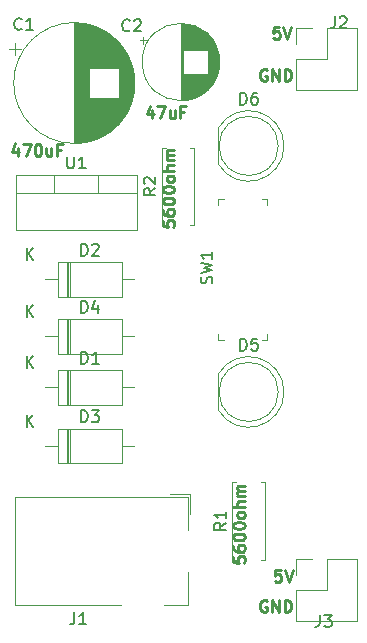
<source format=gto>
G04 #@! TF.GenerationSoftware,KiCad,Pcbnew,(5.1.5-0-10_14)*
G04 #@! TF.CreationDate,2020-01-08T22:19:55-03:00*
G04 #@! TF.ProjectId,breaboard_power_supply,62726561-626f-4617-9264-5f706f776572,1*
G04 #@! TF.SameCoordinates,Original*
G04 #@! TF.FileFunction,Legend,Top*
G04 #@! TF.FilePolarity,Positive*
%FSLAX46Y46*%
G04 Gerber Fmt 4.6, Leading zero omitted, Abs format (unit mm)*
G04 Created by KiCad (PCBNEW (5.1.5-0-10_14)) date 2020-01-08 22:19:55*
%MOMM*%
%LPD*%
G04 APERTURE LIST*
%ADD10C,0.250000*%
%ADD11C,0.120000*%
%ADD12C,0.100000*%
%ADD13C,0.150000*%
G04 APERTURE END LIST*
D10*
X121880380Y-134968904D02*
X121880380Y-135445095D01*
X122356571Y-135492714D01*
X122308952Y-135445095D01*
X122261333Y-135349857D01*
X122261333Y-135111761D01*
X122308952Y-135016523D01*
X122356571Y-134968904D01*
X122451809Y-134921285D01*
X122689904Y-134921285D01*
X122785142Y-134968904D01*
X122832761Y-135016523D01*
X122880380Y-135111761D01*
X122880380Y-135349857D01*
X122832761Y-135445095D01*
X122785142Y-135492714D01*
X121880380Y-134064142D02*
X121880380Y-134254619D01*
X121928000Y-134349857D01*
X121975619Y-134397476D01*
X122118476Y-134492714D01*
X122308952Y-134540333D01*
X122689904Y-134540333D01*
X122785142Y-134492714D01*
X122832761Y-134445095D01*
X122880380Y-134349857D01*
X122880380Y-134159380D01*
X122832761Y-134064142D01*
X122785142Y-134016523D01*
X122689904Y-133968904D01*
X122451809Y-133968904D01*
X122356571Y-134016523D01*
X122308952Y-134064142D01*
X122261333Y-134159380D01*
X122261333Y-134349857D01*
X122308952Y-134445095D01*
X122356571Y-134492714D01*
X122451809Y-134540333D01*
X121880380Y-133349857D02*
X121880380Y-133254619D01*
X121928000Y-133159380D01*
X121975619Y-133111761D01*
X122070857Y-133064142D01*
X122261333Y-133016523D01*
X122499428Y-133016523D01*
X122689904Y-133064142D01*
X122785142Y-133111761D01*
X122832761Y-133159380D01*
X122880380Y-133254619D01*
X122880380Y-133349857D01*
X122832761Y-133445095D01*
X122785142Y-133492714D01*
X122689904Y-133540333D01*
X122499428Y-133587952D01*
X122261333Y-133587952D01*
X122070857Y-133540333D01*
X121975619Y-133492714D01*
X121928000Y-133445095D01*
X121880380Y-133349857D01*
X121880380Y-132397476D02*
X121880380Y-132302238D01*
X121928000Y-132207000D01*
X121975619Y-132159380D01*
X122070857Y-132111761D01*
X122261333Y-132064142D01*
X122499428Y-132064142D01*
X122689904Y-132111761D01*
X122785142Y-132159380D01*
X122832761Y-132207000D01*
X122880380Y-132302238D01*
X122880380Y-132397476D01*
X122832761Y-132492714D01*
X122785142Y-132540333D01*
X122689904Y-132587952D01*
X122499428Y-132635571D01*
X122261333Y-132635571D01*
X122070857Y-132587952D01*
X121975619Y-132540333D01*
X121928000Y-132492714D01*
X121880380Y-132397476D01*
X122880380Y-131492714D02*
X122832761Y-131587952D01*
X122785142Y-131635571D01*
X122689904Y-131683190D01*
X122404190Y-131683190D01*
X122308952Y-131635571D01*
X122261333Y-131587952D01*
X122213714Y-131492714D01*
X122213714Y-131349857D01*
X122261333Y-131254619D01*
X122308952Y-131207000D01*
X122404190Y-131159380D01*
X122689904Y-131159380D01*
X122785142Y-131207000D01*
X122832761Y-131254619D01*
X122880380Y-131349857D01*
X122880380Y-131492714D01*
X122880380Y-130730809D02*
X121880380Y-130730809D01*
X122880380Y-130302238D02*
X122356571Y-130302238D01*
X122261333Y-130349857D01*
X122213714Y-130445095D01*
X122213714Y-130587952D01*
X122261333Y-130683190D01*
X122308952Y-130730809D01*
X122880380Y-129826047D02*
X122213714Y-129826047D01*
X122308952Y-129826047D02*
X122261333Y-129778428D01*
X122213714Y-129683190D01*
X122213714Y-129540333D01*
X122261333Y-129445095D01*
X122356571Y-129397476D01*
X122880380Y-129397476D01*
X122356571Y-129397476D02*
X122261333Y-129349857D01*
X122213714Y-129254619D01*
X122213714Y-129111761D01*
X122261333Y-129016523D01*
X122356571Y-128968904D01*
X122880380Y-128968904D01*
X115911380Y-106520904D02*
X115911380Y-106997095D01*
X116387571Y-107044714D01*
X116339952Y-106997095D01*
X116292333Y-106901857D01*
X116292333Y-106663761D01*
X116339952Y-106568523D01*
X116387571Y-106520904D01*
X116482809Y-106473285D01*
X116720904Y-106473285D01*
X116816142Y-106520904D01*
X116863761Y-106568523D01*
X116911380Y-106663761D01*
X116911380Y-106901857D01*
X116863761Y-106997095D01*
X116816142Y-107044714D01*
X115911380Y-105616142D02*
X115911380Y-105806619D01*
X115959000Y-105901857D01*
X116006619Y-105949476D01*
X116149476Y-106044714D01*
X116339952Y-106092333D01*
X116720904Y-106092333D01*
X116816142Y-106044714D01*
X116863761Y-105997095D01*
X116911380Y-105901857D01*
X116911380Y-105711380D01*
X116863761Y-105616142D01*
X116816142Y-105568523D01*
X116720904Y-105520904D01*
X116482809Y-105520904D01*
X116387571Y-105568523D01*
X116339952Y-105616142D01*
X116292333Y-105711380D01*
X116292333Y-105901857D01*
X116339952Y-105997095D01*
X116387571Y-106044714D01*
X116482809Y-106092333D01*
X115911380Y-104901857D02*
X115911380Y-104806619D01*
X115959000Y-104711380D01*
X116006619Y-104663761D01*
X116101857Y-104616142D01*
X116292333Y-104568523D01*
X116530428Y-104568523D01*
X116720904Y-104616142D01*
X116816142Y-104663761D01*
X116863761Y-104711380D01*
X116911380Y-104806619D01*
X116911380Y-104901857D01*
X116863761Y-104997095D01*
X116816142Y-105044714D01*
X116720904Y-105092333D01*
X116530428Y-105139952D01*
X116292333Y-105139952D01*
X116101857Y-105092333D01*
X116006619Y-105044714D01*
X115959000Y-104997095D01*
X115911380Y-104901857D01*
X115911380Y-103949476D02*
X115911380Y-103854238D01*
X115959000Y-103759000D01*
X116006619Y-103711380D01*
X116101857Y-103663761D01*
X116292333Y-103616142D01*
X116530428Y-103616142D01*
X116720904Y-103663761D01*
X116816142Y-103711380D01*
X116863761Y-103759000D01*
X116911380Y-103854238D01*
X116911380Y-103949476D01*
X116863761Y-104044714D01*
X116816142Y-104092333D01*
X116720904Y-104139952D01*
X116530428Y-104187571D01*
X116292333Y-104187571D01*
X116101857Y-104139952D01*
X116006619Y-104092333D01*
X115959000Y-104044714D01*
X115911380Y-103949476D01*
X116911380Y-103044714D02*
X116863761Y-103139952D01*
X116816142Y-103187571D01*
X116720904Y-103235190D01*
X116435190Y-103235190D01*
X116339952Y-103187571D01*
X116292333Y-103139952D01*
X116244714Y-103044714D01*
X116244714Y-102901857D01*
X116292333Y-102806619D01*
X116339952Y-102759000D01*
X116435190Y-102711380D01*
X116720904Y-102711380D01*
X116816142Y-102759000D01*
X116863761Y-102806619D01*
X116911380Y-102901857D01*
X116911380Y-103044714D01*
X116911380Y-102282809D02*
X115911380Y-102282809D01*
X116911380Y-101854238D02*
X116387571Y-101854238D01*
X116292333Y-101901857D01*
X116244714Y-101997095D01*
X116244714Y-102139952D01*
X116292333Y-102235190D01*
X116339952Y-102282809D01*
X116911380Y-101378047D02*
X116244714Y-101378047D01*
X116339952Y-101378047D02*
X116292333Y-101330428D01*
X116244714Y-101235190D01*
X116244714Y-101092333D01*
X116292333Y-100997095D01*
X116387571Y-100949476D01*
X116911380Y-100949476D01*
X116387571Y-100949476D02*
X116292333Y-100901857D01*
X116244714Y-100806619D01*
X116244714Y-100663761D01*
X116292333Y-100568523D01*
X116387571Y-100520904D01*
X116911380Y-100520904D01*
X115038333Y-97194714D02*
X115038333Y-97861380D01*
X114800238Y-96813761D02*
X114562142Y-97528047D01*
X115181190Y-97528047D01*
X115466904Y-96861380D02*
X116133571Y-96861380D01*
X115705000Y-97861380D01*
X116943095Y-97194714D02*
X116943095Y-97861380D01*
X116514523Y-97194714D02*
X116514523Y-97718523D01*
X116562142Y-97813761D01*
X116657380Y-97861380D01*
X116800238Y-97861380D01*
X116895476Y-97813761D01*
X116943095Y-97766142D01*
X117752619Y-97337571D02*
X117419285Y-97337571D01*
X117419285Y-97861380D02*
X117419285Y-96861380D01*
X117895476Y-96861380D01*
X103640142Y-100369714D02*
X103640142Y-101036380D01*
X103402047Y-99988761D02*
X103163952Y-100703047D01*
X103783000Y-100703047D01*
X104068714Y-100036380D02*
X104735380Y-100036380D01*
X104306809Y-101036380D01*
X105306809Y-100036380D02*
X105402047Y-100036380D01*
X105497285Y-100084000D01*
X105544904Y-100131619D01*
X105592523Y-100226857D01*
X105640142Y-100417333D01*
X105640142Y-100655428D01*
X105592523Y-100845904D01*
X105544904Y-100941142D01*
X105497285Y-100988761D01*
X105402047Y-101036380D01*
X105306809Y-101036380D01*
X105211571Y-100988761D01*
X105163952Y-100941142D01*
X105116333Y-100845904D01*
X105068714Y-100655428D01*
X105068714Y-100417333D01*
X105116333Y-100226857D01*
X105163952Y-100131619D01*
X105211571Y-100084000D01*
X105306809Y-100036380D01*
X106497285Y-100369714D02*
X106497285Y-101036380D01*
X106068714Y-100369714D02*
X106068714Y-100893523D01*
X106116333Y-100988761D01*
X106211571Y-101036380D01*
X106354428Y-101036380D01*
X106449666Y-100988761D01*
X106497285Y-100941142D01*
X107306809Y-100512571D02*
X106973476Y-100512571D01*
X106973476Y-101036380D02*
X106973476Y-100036380D01*
X107449666Y-100036380D01*
X124714095Y-138692000D02*
X124618857Y-138644380D01*
X124476000Y-138644380D01*
X124333142Y-138692000D01*
X124237904Y-138787238D01*
X124190285Y-138882476D01*
X124142666Y-139072952D01*
X124142666Y-139215809D01*
X124190285Y-139406285D01*
X124237904Y-139501523D01*
X124333142Y-139596761D01*
X124476000Y-139644380D01*
X124571238Y-139644380D01*
X124714095Y-139596761D01*
X124761714Y-139549142D01*
X124761714Y-139215809D01*
X124571238Y-139215809D01*
X125190285Y-139644380D02*
X125190285Y-138644380D01*
X125761714Y-139644380D01*
X125761714Y-138644380D01*
X126237904Y-139644380D02*
X126237904Y-138644380D01*
X126476000Y-138644380D01*
X126618857Y-138692000D01*
X126714095Y-138787238D01*
X126761714Y-138882476D01*
X126809333Y-139072952D01*
X126809333Y-139215809D01*
X126761714Y-139406285D01*
X126714095Y-139501523D01*
X126618857Y-139596761D01*
X126476000Y-139644380D01*
X126237904Y-139644380D01*
X124714095Y-93734000D02*
X124618857Y-93686380D01*
X124476000Y-93686380D01*
X124333142Y-93734000D01*
X124237904Y-93829238D01*
X124190285Y-93924476D01*
X124142666Y-94114952D01*
X124142666Y-94257809D01*
X124190285Y-94448285D01*
X124237904Y-94543523D01*
X124333142Y-94638761D01*
X124476000Y-94686380D01*
X124571238Y-94686380D01*
X124714095Y-94638761D01*
X124761714Y-94591142D01*
X124761714Y-94257809D01*
X124571238Y-94257809D01*
X125190285Y-94686380D02*
X125190285Y-93686380D01*
X125761714Y-94686380D01*
X125761714Y-93686380D01*
X126237904Y-94686380D02*
X126237904Y-93686380D01*
X126476000Y-93686380D01*
X126618857Y-93734000D01*
X126714095Y-93829238D01*
X126761714Y-93924476D01*
X126809333Y-94114952D01*
X126809333Y-94257809D01*
X126761714Y-94448285D01*
X126714095Y-94543523D01*
X126618857Y-94638761D01*
X126476000Y-94686380D01*
X126237904Y-94686380D01*
X125793523Y-90130380D02*
X125317333Y-90130380D01*
X125269714Y-90606571D01*
X125317333Y-90558952D01*
X125412571Y-90511333D01*
X125650666Y-90511333D01*
X125745904Y-90558952D01*
X125793523Y-90606571D01*
X125841142Y-90701809D01*
X125841142Y-90939904D01*
X125793523Y-91035142D01*
X125745904Y-91082761D01*
X125650666Y-91130380D01*
X125412571Y-91130380D01*
X125317333Y-91082761D01*
X125269714Y-91035142D01*
X126126857Y-90130380D02*
X126460190Y-91130380D01*
X126793523Y-90130380D01*
X125920523Y-136104380D02*
X125444333Y-136104380D01*
X125396714Y-136580571D01*
X125444333Y-136532952D01*
X125539571Y-136485333D01*
X125777666Y-136485333D01*
X125872904Y-136532952D01*
X125920523Y-136580571D01*
X125968142Y-136675809D01*
X125968142Y-136913904D01*
X125920523Y-137009142D01*
X125872904Y-137056761D01*
X125777666Y-137104380D01*
X125539571Y-137104380D01*
X125444333Y-137056761D01*
X125396714Y-137009142D01*
X126253857Y-136104380D02*
X126587190Y-137104380D01*
X126920523Y-136104380D01*
D11*
X113538000Y-94869000D02*
G75*
G03X113538000Y-94869000I-5120000J0D01*
G01*
X108418000Y-89789000D02*
X108418000Y-99949000D01*
X108458000Y-89789000D02*
X108458000Y-99949000D01*
X108498000Y-89789000D02*
X108498000Y-99949000D01*
X108538000Y-89790000D02*
X108538000Y-99948000D01*
X108578000Y-89791000D02*
X108578000Y-99947000D01*
X108618000Y-89792000D02*
X108618000Y-99946000D01*
X108658000Y-89794000D02*
X108658000Y-99944000D01*
X108698000Y-89796000D02*
X108698000Y-99942000D01*
X108738000Y-89799000D02*
X108738000Y-99939000D01*
X108778000Y-89801000D02*
X108778000Y-99937000D01*
X108818000Y-89804000D02*
X108818000Y-99934000D01*
X108858000Y-89807000D02*
X108858000Y-99931000D01*
X108898000Y-89811000D02*
X108898000Y-99927000D01*
X108938000Y-89815000D02*
X108938000Y-99923000D01*
X108978000Y-89819000D02*
X108978000Y-99919000D01*
X109018000Y-89824000D02*
X109018000Y-99914000D01*
X109058000Y-89829000D02*
X109058000Y-99909000D01*
X109098000Y-89834000D02*
X109098000Y-99904000D01*
X109139000Y-89839000D02*
X109139000Y-99899000D01*
X109179000Y-89845000D02*
X109179000Y-99893000D01*
X109219000Y-89851000D02*
X109219000Y-99887000D01*
X109259000Y-89858000D02*
X109259000Y-99880000D01*
X109299000Y-89865000D02*
X109299000Y-99873000D01*
X109339000Y-89872000D02*
X109339000Y-99866000D01*
X109379000Y-89879000D02*
X109379000Y-99859000D01*
X109419000Y-89887000D02*
X109419000Y-99851000D01*
X109459000Y-89895000D02*
X109459000Y-99843000D01*
X109499000Y-89904000D02*
X109499000Y-99834000D01*
X109539000Y-89913000D02*
X109539000Y-99825000D01*
X109579000Y-89922000D02*
X109579000Y-99816000D01*
X109619000Y-89931000D02*
X109619000Y-99807000D01*
X109659000Y-89941000D02*
X109659000Y-99797000D01*
X109699000Y-89951000D02*
X109699000Y-93628000D01*
X109699000Y-96110000D02*
X109699000Y-99787000D01*
X109739000Y-89962000D02*
X109739000Y-93628000D01*
X109739000Y-96110000D02*
X109739000Y-99776000D01*
X109779000Y-89972000D02*
X109779000Y-93628000D01*
X109779000Y-96110000D02*
X109779000Y-99766000D01*
X109819000Y-89984000D02*
X109819000Y-93628000D01*
X109819000Y-96110000D02*
X109819000Y-99754000D01*
X109859000Y-89995000D02*
X109859000Y-93628000D01*
X109859000Y-96110000D02*
X109859000Y-99743000D01*
X109899000Y-90007000D02*
X109899000Y-93628000D01*
X109899000Y-96110000D02*
X109899000Y-99731000D01*
X109939000Y-90019000D02*
X109939000Y-93628000D01*
X109939000Y-96110000D02*
X109939000Y-99719000D01*
X109979000Y-90032000D02*
X109979000Y-93628000D01*
X109979000Y-96110000D02*
X109979000Y-99706000D01*
X110019000Y-90045000D02*
X110019000Y-93628000D01*
X110019000Y-96110000D02*
X110019000Y-99693000D01*
X110059000Y-90058000D02*
X110059000Y-93628000D01*
X110059000Y-96110000D02*
X110059000Y-99680000D01*
X110099000Y-90072000D02*
X110099000Y-93628000D01*
X110099000Y-96110000D02*
X110099000Y-99666000D01*
X110139000Y-90086000D02*
X110139000Y-93628000D01*
X110139000Y-96110000D02*
X110139000Y-99652000D01*
X110179000Y-90101000D02*
X110179000Y-93628000D01*
X110179000Y-96110000D02*
X110179000Y-99637000D01*
X110219000Y-90115000D02*
X110219000Y-93628000D01*
X110219000Y-96110000D02*
X110219000Y-99623000D01*
X110259000Y-90131000D02*
X110259000Y-93628000D01*
X110259000Y-96110000D02*
X110259000Y-99607000D01*
X110299000Y-90146000D02*
X110299000Y-93628000D01*
X110299000Y-96110000D02*
X110299000Y-99592000D01*
X110339000Y-90162000D02*
X110339000Y-93628000D01*
X110339000Y-96110000D02*
X110339000Y-99576000D01*
X110379000Y-90179000D02*
X110379000Y-93628000D01*
X110379000Y-96110000D02*
X110379000Y-99559000D01*
X110419000Y-90195000D02*
X110419000Y-93628000D01*
X110419000Y-96110000D02*
X110419000Y-99543000D01*
X110459000Y-90212000D02*
X110459000Y-93628000D01*
X110459000Y-96110000D02*
X110459000Y-99526000D01*
X110499000Y-90230000D02*
X110499000Y-93628000D01*
X110499000Y-96110000D02*
X110499000Y-99508000D01*
X110539000Y-90248000D02*
X110539000Y-93628000D01*
X110539000Y-96110000D02*
X110539000Y-99490000D01*
X110579000Y-90266000D02*
X110579000Y-93628000D01*
X110579000Y-96110000D02*
X110579000Y-99472000D01*
X110619000Y-90285000D02*
X110619000Y-93628000D01*
X110619000Y-96110000D02*
X110619000Y-99453000D01*
X110659000Y-90305000D02*
X110659000Y-93628000D01*
X110659000Y-96110000D02*
X110659000Y-99433000D01*
X110699000Y-90324000D02*
X110699000Y-93628000D01*
X110699000Y-96110000D02*
X110699000Y-99414000D01*
X110739000Y-90344000D02*
X110739000Y-93628000D01*
X110739000Y-96110000D02*
X110739000Y-99394000D01*
X110779000Y-90365000D02*
X110779000Y-93628000D01*
X110779000Y-96110000D02*
X110779000Y-99373000D01*
X110819000Y-90386000D02*
X110819000Y-93628000D01*
X110819000Y-96110000D02*
X110819000Y-99352000D01*
X110859000Y-90407000D02*
X110859000Y-93628000D01*
X110859000Y-96110000D02*
X110859000Y-99331000D01*
X110899000Y-90429000D02*
X110899000Y-93628000D01*
X110899000Y-96110000D02*
X110899000Y-99309000D01*
X110939000Y-90452000D02*
X110939000Y-93628000D01*
X110939000Y-96110000D02*
X110939000Y-99286000D01*
X110979000Y-90474000D02*
X110979000Y-93628000D01*
X110979000Y-96110000D02*
X110979000Y-99264000D01*
X111019000Y-90498000D02*
X111019000Y-93628000D01*
X111019000Y-96110000D02*
X111019000Y-99240000D01*
X111059000Y-90522000D02*
X111059000Y-93628000D01*
X111059000Y-96110000D02*
X111059000Y-99216000D01*
X111099000Y-90546000D02*
X111099000Y-93628000D01*
X111099000Y-96110000D02*
X111099000Y-99192000D01*
X111139000Y-90571000D02*
X111139000Y-93628000D01*
X111139000Y-96110000D02*
X111139000Y-99167000D01*
X111179000Y-90596000D02*
X111179000Y-93628000D01*
X111179000Y-96110000D02*
X111179000Y-99142000D01*
X111219000Y-90622000D02*
X111219000Y-93628000D01*
X111219000Y-96110000D02*
X111219000Y-99116000D01*
X111259000Y-90648000D02*
X111259000Y-93628000D01*
X111259000Y-96110000D02*
X111259000Y-99090000D01*
X111299000Y-90675000D02*
X111299000Y-93628000D01*
X111299000Y-96110000D02*
X111299000Y-99063000D01*
X111339000Y-90703000D02*
X111339000Y-93628000D01*
X111339000Y-96110000D02*
X111339000Y-99035000D01*
X111379000Y-90731000D02*
X111379000Y-93628000D01*
X111379000Y-96110000D02*
X111379000Y-99007000D01*
X111419000Y-90759000D02*
X111419000Y-93628000D01*
X111419000Y-96110000D02*
X111419000Y-98979000D01*
X111459000Y-90789000D02*
X111459000Y-93628000D01*
X111459000Y-96110000D02*
X111459000Y-98949000D01*
X111499000Y-90819000D02*
X111499000Y-93628000D01*
X111499000Y-96110000D02*
X111499000Y-98919000D01*
X111539000Y-90849000D02*
X111539000Y-93628000D01*
X111539000Y-96110000D02*
X111539000Y-98889000D01*
X111579000Y-90880000D02*
X111579000Y-93628000D01*
X111579000Y-96110000D02*
X111579000Y-98858000D01*
X111619000Y-90912000D02*
X111619000Y-93628000D01*
X111619000Y-96110000D02*
X111619000Y-98826000D01*
X111659000Y-90944000D02*
X111659000Y-93628000D01*
X111659000Y-96110000D02*
X111659000Y-98794000D01*
X111699000Y-90977000D02*
X111699000Y-93628000D01*
X111699000Y-96110000D02*
X111699000Y-98761000D01*
X111739000Y-91011000D02*
X111739000Y-93628000D01*
X111739000Y-96110000D02*
X111739000Y-98727000D01*
X111779000Y-91045000D02*
X111779000Y-93628000D01*
X111779000Y-96110000D02*
X111779000Y-98693000D01*
X111819000Y-91080000D02*
X111819000Y-93628000D01*
X111819000Y-96110000D02*
X111819000Y-98658000D01*
X111859000Y-91116000D02*
X111859000Y-93628000D01*
X111859000Y-96110000D02*
X111859000Y-98622000D01*
X111899000Y-91153000D02*
X111899000Y-93628000D01*
X111899000Y-96110000D02*
X111899000Y-98585000D01*
X111939000Y-91190000D02*
X111939000Y-93628000D01*
X111939000Y-96110000D02*
X111939000Y-98548000D01*
X111979000Y-91229000D02*
X111979000Y-93628000D01*
X111979000Y-96110000D02*
X111979000Y-98509000D01*
X112019000Y-91268000D02*
X112019000Y-93628000D01*
X112019000Y-96110000D02*
X112019000Y-98470000D01*
X112059000Y-91308000D02*
X112059000Y-93628000D01*
X112059000Y-96110000D02*
X112059000Y-98430000D01*
X112099000Y-91349000D02*
X112099000Y-93628000D01*
X112099000Y-96110000D02*
X112099000Y-98389000D01*
X112139000Y-91391000D02*
X112139000Y-93628000D01*
X112139000Y-96110000D02*
X112139000Y-98347000D01*
X112179000Y-91433000D02*
X112179000Y-98305000D01*
X112219000Y-91477000D02*
X112219000Y-98261000D01*
X112259000Y-91522000D02*
X112259000Y-98216000D01*
X112299000Y-91568000D02*
X112299000Y-98170000D01*
X112339000Y-91615000D02*
X112339000Y-98123000D01*
X112379000Y-91663000D02*
X112379000Y-98075000D01*
X112419000Y-91713000D02*
X112419000Y-98025000D01*
X112459000Y-91763000D02*
X112459000Y-97975000D01*
X112499000Y-91815000D02*
X112499000Y-97923000D01*
X112539000Y-91869000D02*
X112539000Y-97869000D01*
X112579000Y-91924000D02*
X112579000Y-97814000D01*
X112619000Y-91980000D02*
X112619000Y-97758000D01*
X112659000Y-92039000D02*
X112659000Y-97699000D01*
X112699000Y-92099000D02*
X112699000Y-97639000D01*
X112739000Y-92160000D02*
X112739000Y-97578000D01*
X112779000Y-92224000D02*
X112779000Y-97514000D01*
X112819000Y-92290000D02*
X112819000Y-97448000D01*
X112859000Y-92359000D02*
X112859000Y-97379000D01*
X112899000Y-92430000D02*
X112899000Y-97308000D01*
X112939000Y-92504000D02*
X112939000Y-97234000D01*
X112979000Y-92580000D02*
X112979000Y-97158000D01*
X113019000Y-92660000D02*
X113019000Y-97078000D01*
X113059000Y-92744000D02*
X113059000Y-96994000D01*
X113099000Y-92832000D02*
X113099000Y-96906000D01*
X113139000Y-92925000D02*
X113139000Y-96813000D01*
X113179000Y-93023000D02*
X113179000Y-96715000D01*
X113219000Y-93127000D02*
X113219000Y-96611000D01*
X113259000Y-93239000D02*
X113259000Y-96499000D01*
X113299000Y-93359000D02*
X113299000Y-96379000D01*
X113339000Y-93491000D02*
X113339000Y-96247000D01*
X113379000Y-93639000D02*
X113379000Y-96099000D01*
X113419000Y-93807000D02*
X113419000Y-95931000D01*
X113459000Y-94007000D02*
X113459000Y-95731000D01*
X113499000Y-94270000D02*
X113499000Y-95468000D01*
X102938354Y-91994000D02*
X103938354Y-91994000D01*
X103438354Y-91494000D02*
X103438354Y-92494000D01*
X120725000Y-93091000D02*
G75*
G03X120725000Y-93091000I-3270000J0D01*
G01*
X117455000Y-89861000D02*
X117455000Y-96321000D01*
X117495000Y-89861000D02*
X117495000Y-96321000D01*
X117535000Y-89861000D02*
X117535000Y-96321000D01*
X117575000Y-89863000D02*
X117575000Y-96319000D01*
X117615000Y-89864000D02*
X117615000Y-96318000D01*
X117655000Y-89867000D02*
X117655000Y-96315000D01*
X117695000Y-89869000D02*
X117695000Y-92051000D01*
X117695000Y-94131000D02*
X117695000Y-96313000D01*
X117735000Y-89873000D02*
X117735000Y-92051000D01*
X117735000Y-94131000D02*
X117735000Y-96309000D01*
X117775000Y-89876000D02*
X117775000Y-92051000D01*
X117775000Y-94131000D02*
X117775000Y-96306000D01*
X117815000Y-89880000D02*
X117815000Y-92051000D01*
X117815000Y-94131000D02*
X117815000Y-96302000D01*
X117855000Y-89885000D02*
X117855000Y-92051000D01*
X117855000Y-94131000D02*
X117855000Y-96297000D01*
X117895000Y-89890000D02*
X117895000Y-92051000D01*
X117895000Y-94131000D02*
X117895000Y-96292000D01*
X117935000Y-89896000D02*
X117935000Y-92051000D01*
X117935000Y-94131000D02*
X117935000Y-96286000D01*
X117975000Y-89902000D02*
X117975000Y-92051000D01*
X117975000Y-94131000D02*
X117975000Y-96280000D01*
X118015000Y-89909000D02*
X118015000Y-92051000D01*
X118015000Y-94131000D02*
X118015000Y-96273000D01*
X118055000Y-89916000D02*
X118055000Y-92051000D01*
X118055000Y-94131000D02*
X118055000Y-96266000D01*
X118095000Y-89924000D02*
X118095000Y-92051000D01*
X118095000Y-94131000D02*
X118095000Y-96258000D01*
X118135000Y-89932000D02*
X118135000Y-92051000D01*
X118135000Y-94131000D02*
X118135000Y-96250000D01*
X118176000Y-89941000D02*
X118176000Y-92051000D01*
X118176000Y-94131000D02*
X118176000Y-96241000D01*
X118216000Y-89950000D02*
X118216000Y-92051000D01*
X118216000Y-94131000D02*
X118216000Y-96232000D01*
X118256000Y-89960000D02*
X118256000Y-92051000D01*
X118256000Y-94131000D02*
X118256000Y-96222000D01*
X118296000Y-89970000D02*
X118296000Y-92051000D01*
X118296000Y-94131000D02*
X118296000Y-96212000D01*
X118336000Y-89981000D02*
X118336000Y-92051000D01*
X118336000Y-94131000D02*
X118336000Y-96201000D01*
X118376000Y-89993000D02*
X118376000Y-92051000D01*
X118376000Y-94131000D02*
X118376000Y-96189000D01*
X118416000Y-90005000D02*
X118416000Y-92051000D01*
X118416000Y-94131000D02*
X118416000Y-96177000D01*
X118456000Y-90017000D02*
X118456000Y-92051000D01*
X118456000Y-94131000D02*
X118456000Y-96165000D01*
X118496000Y-90030000D02*
X118496000Y-92051000D01*
X118496000Y-94131000D02*
X118496000Y-96152000D01*
X118536000Y-90044000D02*
X118536000Y-92051000D01*
X118536000Y-94131000D02*
X118536000Y-96138000D01*
X118576000Y-90058000D02*
X118576000Y-92051000D01*
X118576000Y-94131000D02*
X118576000Y-96124000D01*
X118616000Y-90073000D02*
X118616000Y-92051000D01*
X118616000Y-94131000D02*
X118616000Y-96109000D01*
X118656000Y-90089000D02*
X118656000Y-92051000D01*
X118656000Y-94131000D02*
X118656000Y-96093000D01*
X118696000Y-90105000D02*
X118696000Y-92051000D01*
X118696000Y-94131000D02*
X118696000Y-96077000D01*
X118736000Y-90121000D02*
X118736000Y-92051000D01*
X118736000Y-94131000D02*
X118736000Y-96061000D01*
X118776000Y-90139000D02*
X118776000Y-92051000D01*
X118776000Y-94131000D02*
X118776000Y-96043000D01*
X118816000Y-90157000D02*
X118816000Y-92051000D01*
X118816000Y-94131000D02*
X118816000Y-96025000D01*
X118856000Y-90175000D02*
X118856000Y-92051000D01*
X118856000Y-94131000D02*
X118856000Y-96007000D01*
X118896000Y-90195000D02*
X118896000Y-92051000D01*
X118896000Y-94131000D02*
X118896000Y-95987000D01*
X118936000Y-90215000D02*
X118936000Y-92051000D01*
X118936000Y-94131000D02*
X118936000Y-95967000D01*
X118976000Y-90235000D02*
X118976000Y-92051000D01*
X118976000Y-94131000D02*
X118976000Y-95947000D01*
X119016000Y-90257000D02*
X119016000Y-92051000D01*
X119016000Y-94131000D02*
X119016000Y-95925000D01*
X119056000Y-90279000D02*
X119056000Y-92051000D01*
X119056000Y-94131000D02*
X119056000Y-95903000D01*
X119096000Y-90301000D02*
X119096000Y-92051000D01*
X119096000Y-94131000D02*
X119096000Y-95881000D01*
X119136000Y-90325000D02*
X119136000Y-92051000D01*
X119136000Y-94131000D02*
X119136000Y-95857000D01*
X119176000Y-90349000D02*
X119176000Y-92051000D01*
X119176000Y-94131000D02*
X119176000Y-95833000D01*
X119216000Y-90375000D02*
X119216000Y-92051000D01*
X119216000Y-94131000D02*
X119216000Y-95807000D01*
X119256000Y-90401000D02*
X119256000Y-92051000D01*
X119256000Y-94131000D02*
X119256000Y-95781000D01*
X119296000Y-90427000D02*
X119296000Y-92051000D01*
X119296000Y-94131000D02*
X119296000Y-95755000D01*
X119336000Y-90455000D02*
X119336000Y-92051000D01*
X119336000Y-94131000D02*
X119336000Y-95727000D01*
X119376000Y-90484000D02*
X119376000Y-92051000D01*
X119376000Y-94131000D02*
X119376000Y-95698000D01*
X119416000Y-90513000D02*
X119416000Y-92051000D01*
X119416000Y-94131000D02*
X119416000Y-95669000D01*
X119456000Y-90543000D02*
X119456000Y-92051000D01*
X119456000Y-94131000D02*
X119456000Y-95639000D01*
X119496000Y-90575000D02*
X119496000Y-92051000D01*
X119496000Y-94131000D02*
X119496000Y-95607000D01*
X119536000Y-90607000D02*
X119536000Y-92051000D01*
X119536000Y-94131000D02*
X119536000Y-95575000D01*
X119576000Y-90641000D02*
X119576000Y-92051000D01*
X119576000Y-94131000D02*
X119576000Y-95541000D01*
X119616000Y-90675000D02*
X119616000Y-92051000D01*
X119616000Y-94131000D02*
X119616000Y-95507000D01*
X119656000Y-90711000D02*
X119656000Y-92051000D01*
X119656000Y-94131000D02*
X119656000Y-95471000D01*
X119696000Y-90748000D02*
X119696000Y-92051000D01*
X119696000Y-94131000D02*
X119696000Y-95434000D01*
X119736000Y-90786000D02*
X119736000Y-92051000D01*
X119736000Y-94131000D02*
X119736000Y-95396000D01*
X119776000Y-90826000D02*
X119776000Y-95356000D01*
X119816000Y-90867000D02*
X119816000Y-95315000D01*
X119856000Y-90909000D02*
X119856000Y-95273000D01*
X119896000Y-90954000D02*
X119896000Y-95228000D01*
X119936000Y-90999000D02*
X119936000Y-95183000D01*
X119976000Y-91047000D02*
X119976000Y-95135000D01*
X120016000Y-91096000D02*
X120016000Y-95086000D01*
X120056000Y-91147000D02*
X120056000Y-95035000D01*
X120096000Y-91201000D02*
X120096000Y-94981000D01*
X120136000Y-91257000D02*
X120136000Y-94925000D01*
X120176000Y-91315000D02*
X120176000Y-94867000D01*
X120216000Y-91377000D02*
X120216000Y-94805000D01*
X120256000Y-91441000D02*
X120256000Y-94741000D01*
X120296000Y-91510000D02*
X120296000Y-94672000D01*
X120336000Y-91582000D02*
X120336000Y-94600000D01*
X120376000Y-91659000D02*
X120376000Y-94523000D01*
X120416000Y-91741000D02*
X120416000Y-94441000D01*
X120456000Y-91829000D02*
X120456000Y-94353000D01*
X120496000Y-91926000D02*
X120496000Y-94256000D01*
X120536000Y-92032000D02*
X120536000Y-94150000D01*
X120576000Y-92151000D02*
X120576000Y-94031000D01*
X120616000Y-92289000D02*
X120616000Y-93893000D01*
X120656000Y-92458000D02*
X120656000Y-93724000D01*
X120696000Y-92689000D02*
X120696000Y-93493000D01*
X113954759Y-91252000D02*
X114584759Y-91252000D01*
X114269759Y-90937000D02*
X114269759Y-91567000D01*
X107008000Y-119180000D02*
X107008000Y-122120000D01*
X107008000Y-122120000D02*
X112448000Y-122120000D01*
X112448000Y-122120000D02*
X112448000Y-119180000D01*
X112448000Y-119180000D02*
X107008000Y-119180000D01*
X105988000Y-120650000D02*
X107008000Y-120650000D01*
X113468000Y-120650000D02*
X112448000Y-120650000D01*
X107908000Y-119180000D02*
X107908000Y-122120000D01*
X108028000Y-119180000D02*
X108028000Y-122120000D01*
X107788000Y-119180000D02*
X107788000Y-122120000D01*
X107008000Y-110036000D02*
X107008000Y-112976000D01*
X107008000Y-112976000D02*
X112448000Y-112976000D01*
X112448000Y-112976000D02*
X112448000Y-110036000D01*
X112448000Y-110036000D02*
X107008000Y-110036000D01*
X105988000Y-111506000D02*
X107008000Y-111506000D01*
X113468000Y-111506000D02*
X112448000Y-111506000D01*
X107908000Y-110036000D02*
X107908000Y-112976000D01*
X108028000Y-110036000D02*
X108028000Y-112976000D01*
X107788000Y-110036000D02*
X107788000Y-112976000D01*
X107788000Y-124133000D02*
X107788000Y-127073000D01*
X108028000Y-124133000D02*
X108028000Y-127073000D01*
X107908000Y-124133000D02*
X107908000Y-127073000D01*
X113468000Y-125603000D02*
X112448000Y-125603000D01*
X105988000Y-125603000D02*
X107008000Y-125603000D01*
X112448000Y-124133000D02*
X107008000Y-124133000D01*
X112448000Y-127073000D02*
X112448000Y-124133000D01*
X107008000Y-127073000D02*
X112448000Y-127073000D01*
X107008000Y-124133000D02*
X107008000Y-127073000D01*
X107788000Y-114862000D02*
X107788000Y-117802000D01*
X108028000Y-114862000D02*
X108028000Y-117802000D01*
X107908000Y-114862000D02*
X107908000Y-117802000D01*
X113468000Y-116332000D02*
X112448000Y-116332000D01*
X105988000Y-116332000D02*
X107008000Y-116332000D01*
X112448000Y-114862000D02*
X107008000Y-114862000D01*
X112448000Y-117802000D02*
X112448000Y-114862000D01*
X107008000Y-117802000D02*
X112448000Y-117802000D01*
X107008000Y-114862000D02*
X107008000Y-117802000D01*
X120630000Y-119486000D02*
X120630000Y-122576000D01*
X125690000Y-121031000D02*
G75*
G03X125690000Y-121031000I-2500000J0D01*
G01*
X126180000Y-121030538D02*
G75*
G02X120630000Y-122575830I-2990000J-462D01*
G01*
X126180000Y-121031462D02*
G75*
G03X120630000Y-119486170I-2990000J462D01*
G01*
X126180000Y-100203462D02*
G75*
G03X120630000Y-98658170I-2990000J462D01*
G01*
X126180000Y-100202538D02*
G75*
G02X120630000Y-101747830I-2990000J-462D01*
G01*
X125690000Y-100203000D02*
G75*
G03X125690000Y-100203000I-2500000J0D01*
G01*
X120630000Y-98658000D02*
X120630000Y-101748000D01*
X112421000Y-139093000D02*
X103421000Y-139093000D01*
X103421000Y-139093000D02*
X103421000Y-129893000D01*
X103421000Y-129893000D02*
X118021000Y-129893000D01*
X118021000Y-129893000D02*
X118021000Y-132693000D01*
X118021000Y-136293000D02*
X118021000Y-139093000D01*
X118021000Y-139093000D02*
X116021000Y-139093000D01*
X116521000Y-129653000D02*
X118261000Y-129653000D01*
X118261000Y-129653000D02*
X118261000Y-131393000D01*
X127194000Y-95437000D02*
X132394000Y-95437000D01*
X127194000Y-92837000D02*
X127194000Y-95437000D01*
X132394000Y-90237000D02*
X132394000Y-95437000D01*
X127194000Y-92837000D02*
X129794000Y-92837000D01*
X129794000Y-92837000D02*
X129794000Y-90237000D01*
X129794000Y-90237000D02*
X132394000Y-90237000D01*
X127194000Y-91567000D02*
X127194000Y-90237000D01*
X127194000Y-90237000D02*
X128524000Y-90237000D01*
X127194000Y-135195000D02*
X128524000Y-135195000D01*
X127194000Y-136525000D02*
X127194000Y-135195000D01*
X129794000Y-135195000D02*
X132394000Y-135195000D01*
X129794000Y-137795000D02*
X129794000Y-135195000D01*
X127194000Y-137795000D02*
X129794000Y-137795000D01*
X132394000Y-135195000D02*
X132394000Y-140395000D01*
X127194000Y-137795000D02*
X127194000Y-140395000D01*
X127194000Y-140395000D02*
X132394000Y-140395000D01*
X122150000Y-135223000D02*
X121820000Y-135223000D01*
X121820000Y-135223000D02*
X121820000Y-128683000D01*
X121820000Y-128683000D02*
X122150000Y-128683000D01*
X124230000Y-135223000D02*
X124560000Y-135223000D01*
X124560000Y-135223000D02*
X124560000Y-128683000D01*
X124560000Y-128683000D02*
X124230000Y-128683000D01*
X118591000Y-100362000D02*
X118261000Y-100362000D01*
X118591000Y-106902000D02*
X118591000Y-100362000D01*
X118261000Y-106902000D02*
X118591000Y-106902000D01*
X115851000Y-100362000D02*
X116181000Y-100362000D01*
X115851000Y-106902000D02*
X115851000Y-100362000D01*
X116181000Y-106902000D02*
X115851000Y-106902000D01*
D12*
X124782000Y-104697000D02*
X124782000Y-105197000D01*
X124782000Y-104697000D02*
X124282000Y-104697000D01*
X124782000Y-116597000D02*
X124782000Y-116097000D01*
X124782000Y-116597000D02*
X124282000Y-116597000D01*
X120582000Y-116597000D02*
X120582000Y-116097000D01*
X120582000Y-116597000D02*
X121082000Y-116597000D01*
X120582000Y-104697000D02*
X121082000Y-104697000D01*
X120582000Y-104697000D02*
X120582000Y-105197000D01*
D11*
X103465000Y-102648000D02*
X113705000Y-102648000D01*
X103465000Y-107289000D02*
X113705000Y-107289000D01*
X103465000Y-102648000D02*
X103465000Y-107289000D01*
X113705000Y-102648000D02*
X113705000Y-107289000D01*
X103465000Y-104158000D02*
X113705000Y-104158000D01*
X106735000Y-102648000D02*
X106735000Y-104158000D01*
X110436000Y-102648000D02*
X110436000Y-104158000D01*
D13*
X103973333Y-90273142D02*
X103925714Y-90320761D01*
X103782857Y-90368380D01*
X103687619Y-90368380D01*
X103544761Y-90320761D01*
X103449523Y-90225523D01*
X103401904Y-90130285D01*
X103354285Y-89939809D01*
X103354285Y-89796952D01*
X103401904Y-89606476D01*
X103449523Y-89511238D01*
X103544761Y-89416000D01*
X103687619Y-89368380D01*
X103782857Y-89368380D01*
X103925714Y-89416000D01*
X103973333Y-89463619D01*
X104925714Y-90368380D02*
X104354285Y-90368380D01*
X104640000Y-90368380D02*
X104640000Y-89368380D01*
X104544761Y-89511238D01*
X104449523Y-89606476D01*
X104354285Y-89654095D01*
X113117333Y-90400142D02*
X113069714Y-90447761D01*
X112926857Y-90495380D01*
X112831619Y-90495380D01*
X112688761Y-90447761D01*
X112593523Y-90352523D01*
X112545904Y-90257285D01*
X112498285Y-90066809D01*
X112498285Y-89923952D01*
X112545904Y-89733476D01*
X112593523Y-89638238D01*
X112688761Y-89543000D01*
X112831619Y-89495380D01*
X112926857Y-89495380D01*
X113069714Y-89543000D01*
X113117333Y-89590619D01*
X113498285Y-89590619D02*
X113545904Y-89543000D01*
X113641142Y-89495380D01*
X113879238Y-89495380D01*
X113974476Y-89543000D01*
X114022095Y-89590619D01*
X114069714Y-89685857D01*
X114069714Y-89781095D01*
X114022095Y-89923952D01*
X113450666Y-90495380D01*
X114069714Y-90495380D01*
X108989904Y-118632380D02*
X108989904Y-117632380D01*
X109228000Y-117632380D01*
X109370857Y-117680000D01*
X109466095Y-117775238D01*
X109513714Y-117870476D01*
X109561333Y-118060952D01*
X109561333Y-118203809D01*
X109513714Y-118394285D01*
X109466095Y-118489523D01*
X109370857Y-118584761D01*
X109228000Y-118632380D01*
X108989904Y-118632380D01*
X110513714Y-118632380D02*
X109942285Y-118632380D01*
X110228000Y-118632380D02*
X110228000Y-117632380D01*
X110132761Y-117775238D01*
X110037523Y-117870476D01*
X109942285Y-117918095D01*
X104386095Y-119002380D02*
X104386095Y-118002380D01*
X104957523Y-119002380D02*
X104528952Y-118430952D01*
X104957523Y-118002380D02*
X104386095Y-118573809D01*
X108989904Y-109488380D02*
X108989904Y-108488380D01*
X109228000Y-108488380D01*
X109370857Y-108536000D01*
X109466095Y-108631238D01*
X109513714Y-108726476D01*
X109561333Y-108916952D01*
X109561333Y-109059809D01*
X109513714Y-109250285D01*
X109466095Y-109345523D01*
X109370857Y-109440761D01*
X109228000Y-109488380D01*
X108989904Y-109488380D01*
X109942285Y-108583619D02*
X109989904Y-108536000D01*
X110085142Y-108488380D01*
X110323238Y-108488380D01*
X110418476Y-108536000D01*
X110466095Y-108583619D01*
X110513714Y-108678857D01*
X110513714Y-108774095D01*
X110466095Y-108916952D01*
X109894666Y-109488380D01*
X110513714Y-109488380D01*
X104386095Y-109858380D02*
X104386095Y-108858380D01*
X104957523Y-109858380D02*
X104528952Y-109286952D01*
X104957523Y-108858380D02*
X104386095Y-109429809D01*
X108989904Y-123585380D02*
X108989904Y-122585380D01*
X109228000Y-122585380D01*
X109370857Y-122633000D01*
X109466095Y-122728238D01*
X109513714Y-122823476D01*
X109561333Y-123013952D01*
X109561333Y-123156809D01*
X109513714Y-123347285D01*
X109466095Y-123442523D01*
X109370857Y-123537761D01*
X109228000Y-123585380D01*
X108989904Y-123585380D01*
X109894666Y-122585380D02*
X110513714Y-122585380D01*
X110180380Y-122966333D01*
X110323238Y-122966333D01*
X110418476Y-123013952D01*
X110466095Y-123061571D01*
X110513714Y-123156809D01*
X110513714Y-123394904D01*
X110466095Y-123490142D01*
X110418476Y-123537761D01*
X110323238Y-123585380D01*
X110037523Y-123585380D01*
X109942285Y-123537761D01*
X109894666Y-123490142D01*
X104386095Y-123955380D02*
X104386095Y-122955380D01*
X104957523Y-123955380D02*
X104528952Y-123383952D01*
X104957523Y-122955380D02*
X104386095Y-123526809D01*
X108989904Y-114314380D02*
X108989904Y-113314380D01*
X109228000Y-113314380D01*
X109370857Y-113362000D01*
X109466095Y-113457238D01*
X109513714Y-113552476D01*
X109561333Y-113742952D01*
X109561333Y-113885809D01*
X109513714Y-114076285D01*
X109466095Y-114171523D01*
X109370857Y-114266761D01*
X109228000Y-114314380D01*
X108989904Y-114314380D01*
X110418476Y-113647714D02*
X110418476Y-114314380D01*
X110180380Y-113266761D02*
X109942285Y-113981047D01*
X110561333Y-113981047D01*
X104386095Y-114684380D02*
X104386095Y-113684380D01*
X104957523Y-114684380D02*
X104528952Y-114112952D01*
X104957523Y-113684380D02*
X104386095Y-114255809D01*
X122451904Y-117523380D02*
X122451904Y-116523380D01*
X122690000Y-116523380D01*
X122832857Y-116571000D01*
X122928095Y-116666238D01*
X122975714Y-116761476D01*
X123023333Y-116951952D01*
X123023333Y-117094809D01*
X122975714Y-117285285D01*
X122928095Y-117380523D01*
X122832857Y-117475761D01*
X122690000Y-117523380D01*
X122451904Y-117523380D01*
X123928095Y-116523380D02*
X123451904Y-116523380D01*
X123404285Y-116999571D01*
X123451904Y-116951952D01*
X123547142Y-116904333D01*
X123785238Y-116904333D01*
X123880476Y-116951952D01*
X123928095Y-116999571D01*
X123975714Y-117094809D01*
X123975714Y-117332904D01*
X123928095Y-117428142D01*
X123880476Y-117475761D01*
X123785238Y-117523380D01*
X123547142Y-117523380D01*
X123451904Y-117475761D01*
X123404285Y-117428142D01*
X122451904Y-96695380D02*
X122451904Y-95695380D01*
X122690000Y-95695380D01*
X122832857Y-95743000D01*
X122928095Y-95838238D01*
X122975714Y-95933476D01*
X123023333Y-96123952D01*
X123023333Y-96266809D01*
X122975714Y-96457285D01*
X122928095Y-96552523D01*
X122832857Y-96647761D01*
X122690000Y-96695380D01*
X122451904Y-96695380D01*
X123880476Y-95695380D02*
X123690000Y-95695380D01*
X123594761Y-95743000D01*
X123547142Y-95790619D01*
X123451904Y-95933476D01*
X123404285Y-96123952D01*
X123404285Y-96504904D01*
X123451904Y-96600142D01*
X123499523Y-96647761D01*
X123594761Y-96695380D01*
X123785238Y-96695380D01*
X123880476Y-96647761D01*
X123928095Y-96600142D01*
X123975714Y-96504904D01*
X123975714Y-96266809D01*
X123928095Y-96171571D01*
X123880476Y-96123952D01*
X123785238Y-96076333D01*
X123594761Y-96076333D01*
X123499523Y-96123952D01*
X123451904Y-96171571D01*
X123404285Y-96266809D01*
X108437666Y-139695380D02*
X108437666Y-140409666D01*
X108390047Y-140552523D01*
X108294809Y-140647761D01*
X108151952Y-140695380D01*
X108056714Y-140695380D01*
X109437666Y-140695380D02*
X108866238Y-140695380D01*
X109151952Y-140695380D02*
X109151952Y-139695380D01*
X109056714Y-139838238D01*
X108961476Y-139933476D01*
X108866238Y-139981095D01*
X130476666Y-89241380D02*
X130476666Y-89955666D01*
X130429047Y-90098523D01*
X130333809Y-90193761D01*
X130190952Y-90241380D01*
X130095714Y-90241380D01*
X130905238Y-89336619D02*
X130952857Y-89289000D01*
X131048095Y-89241380D01*
X131286190Y-89241380D01*
X131381428Y-89289000D01*
X131429047Y-89336619D01*
X131476666Y-89431857D01*
X131476666Y-89527095D01*
X131429047Y-89669952D01*
X130857619Y-90241380D01*
X131476666Y-90241380D01*
X129206666Y-139914380D02*
X129206666Y-140628666D01*
X129159047Y-140771523D01*
X129063809Y-140866761D01*
X128920952Y-140914380D01*
X128825714Y-140914380D01*
X129587619Y-139914380D02*
X130206666Y-139914380D01*
X129873333Y-140295333D01*
X130016190Y-140295333D01*
X130111428Y-140342952D01*
X130159047Y-140390571D01*
X130206666Y-140485809D01*
X130206666Y-140723904D01*
X130159047Y-140819142D01*
X130111428Y-140866761D01*
X130016190Y-140914380D01*
X129730476Y-140914380D01*
X129635238Y-140866761D01*
X129587619Y-140819142D01*
X121272380Y-132119666D02*
X120796190Y-132453000D01*
X121272380Y-132691095D02*
X120272380Y-132691095D01*
X120272380Y-132310142D01*
X120320000Y-132214904D01*
X120367619Y-132167285D01*
X120462857Y-132119666D01*
X120605714Y-132119666D01*
X120700952Y-132167285D01*
X120748571Y-132214904D01*
X120796190Y-132310142D01*
X120796190Y-132691095D01*
X121272380Y-131167285D02*
X121272380Y-131738714D01*
X121272380Y-131453000D02*
X120272380Y-131453000D01*
X120415238Y-131548238D01*
X120510476Y-131643476D01*
X120558095Y-131738714D01*
X115303380Y-103798666D02*
X114827190Y-104132000D01*
X115303380Y-104370095D02*
X114303380Y-104370095D01*
X114303380Y-103989142D01*
X114351000Y-103893904D01*
X114398619Y-103846285D01*
X114493857Y-103798666D01*
X114636714Y-103798666D01*
X114731952Y-103846285D01*
X114779571Y-103893904D01*
X114827190Y-103989142D01*
X114827190Y-104370095D01*
X114398619Y-103417714D02*
X114351000Y-103370095D01*
X114303380Y-103274857D01*
X114303380Y-103036761D01*
X114351000Y-102941523D01*
X114398619Y-102893904D01*
X114493857Y-102846285D01*
X114589095Y-102846285D01*
X114731952Y-102893904D01*
X115303380Y-103465333D01*
X115303380Y-102846285D01*
X120066761Y-111840333D02*
X120114380Y-111697476D01*
X120114380Y-111459380D01*
X120066761Y-111364142D01*
X120019142Y-111316523D01*
X119923904Y-111268904D01*
X119828666Y-111268904D01*
X119733428Y-111316523D01*
X119685809Y-111364142D01*
X119638190Y-111459380D01*
X119590571Y-111649857D01*
X119542952Y-111745095D01*
X119495333Y-111792714D01*
X119400095Y-111840333D01*
X119304857Y-111840333D01*
X119209619Y-111792714D01*
X119162000Y-111745095D01*
X119114380Y-111649857D01*
X119114380Y-111411761D01*
X119162000Y-111268904D01*
X119114380Y-110935571D02*
X120114380Y-110697476D01*
X119400095Y-110507000D01*
X120114380Y-110316523D01*
X119114380Y-110078428D01*
X120114380Y-109173666D02*
X120114380Y-109745095D01*
X120114380Y-109459380D02*
X119114380Y-109459380D01*
X119257238Y-109554619D01*
X119352476Y-109649857D01*
X119400095Y-109745095D01*
X107823095Y-101100380D02*
X107823095Y-101909904D01*
X107870714Y-102005142D01*
X107918333Y-102052761D01*
X108013571Y-102100380D01*
X108204047Y-102100380D01*
X108299285Y-102052761D01*
X108346904Y-102005142D01*
X108394523Y-101909904D01*
X108394523Y-101100380D01*
X109394523Y-102100380D02*
X108823095Y-102100380D01*
X109108809Y-102100380D02*
X109108809Y-101100380D01*
X109013571Y-101243238D01*
X108918333Y-101338476D01*
X108823095Y-101386095D01*
M02*

</source>
